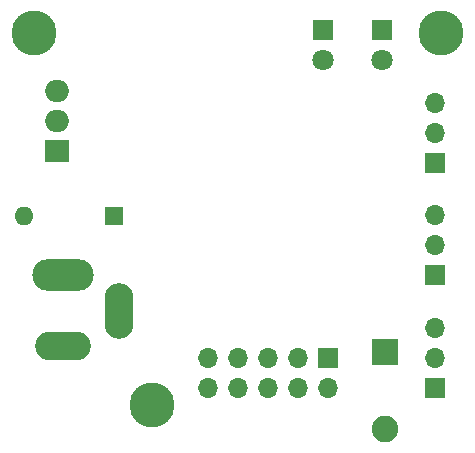
<source format=gbr>
%TF.GenerationSoftware,KiCad,Pcbnew,8.0.6*%
%TF.CreationDate,2024-11-05T10:52:09-07:00*%
%TF.ProjectId,ProjectPCB,50726f6a-6563-4745-9043-422e6b696361,rev?*%
%TF.SameCoordinates,Original*%
%TF.FileFunction,Soldermask,Bot*%
%TF.FilePolarity,Negative*%
%FSLAX46Y46*%
G04 Gerber Fmt 4.6, Leading zero omitted, Abs format (unit mm)*
G04 Created by KiCad (PCBNEW 8.0.6) date 2024-11-05 10:52:09*
%MOMM*%
%LPD*%
G01*
G04 APERTURE LIST*
%ADD10C,3.800000*%
%ADD11O,5.204000X2.704000*%
%ADD12O,4.704000X2.454000*%
%ADD13O,2.454000X4.704000*%
%ADD14R,1.700000X1.700000*%
%ADD15O,1.700000X1.700000*%
%ADD16R,2.250000X2.250000*%
%ADD17C,2.250000*%
%ADD18R,1.600000X1.600000*%
%ADD19O,1.600000X1.600000*%
%ADD20O,2.000000X1.905000*%
%ADD21R,2.000000X1.905000*%
%ADD22R,1.800000X1.800000*%
%ADD23C,1.800000*%
G04 APERTURE END LIST*
D10*
%TO.C,H3*%
X133500000Y-117000000D03*
%TD*%
%TO.C,H2*%
X123500000Y-85500000D03*
%TD*%
%TO.C,H1*%
X158000000Y-85500000D03*
%TD*%
D11*
%TO.C,J5*%
X126000000Y-106000000D03*
D12*
X126000000Y-112000000D03*
D13*
X130700000Y-109000000D03*
%TD*%
D14*
%TO.C,J3*%
X157500000Y-106000000D03*
D15*
X157500000Y-103460000D03*
X157500000Y-100920000D03*
%TD*%
D16*
%TO.C,SW1*%
X153250000Y-112500000D03*
D17*
X153250000Y-119000000D03*
%TD*%
D18*
%TO.C,SW2*%
X130300000Y-101000000D03*
D19*
X122680000Y-101000000D03*
%TD*%
D14*
%TO.C,J1*%
X148375000Y-112975000D03*
D15*
X148375000Y-115515000D03*
X145835000Y-112975000D03*
X145835000Y-115515000D03*
X143295000Y-112975000D03*
X143295000Y-115515000D03*
X140755000Y-112975000D03*
X140755000Y-115515000D03*
X138215000Y-112975000D03*
X138215000Y-115515000D03*
%TD*%
D20*
%TO.C,U2*%
X125500000Y-90420000D03*
X125500000Y-92960000D03*
D21*
X125500000Y-95500000D03*
%TD*%
D14*
%TO.C,J2*%
X157500000Y-115500000D03*
D15*
X157500000Y-112960000D03*
X157500000Y-110420000D03*
%TD*%
D22*
%TO.C,D2*%
X153000000Y-85225000D03*
D23*
X153000000Y-87765000D03*
%TD*%
D22*
%TO.C,D1*%
X148000000Y-85185000D03*
D23*
X148000000Y-87725000D03*
%TD*%
D14*
%TO.C,J4*%
X157500000Y-96500000D03*
D15*
X157500000Y-93960000D03*
X157500000Y-91420000D03*
%TD*%
M02*

</source>
